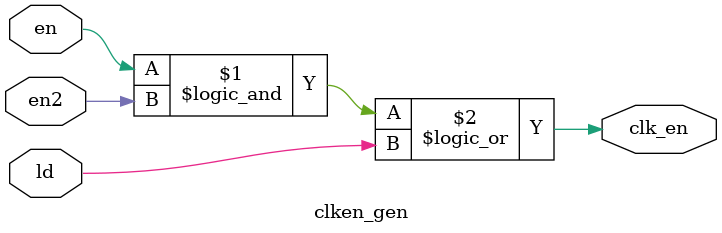
<source format=v>
`timescale 1ns / 1ps


module clken_gen(en, en2, ld, clk_en);

    input       en, en2;
    input       ld;
    output      clk_en;
    
    assign clk_en = (en && en2) || (ld);

endmodule

</source>
